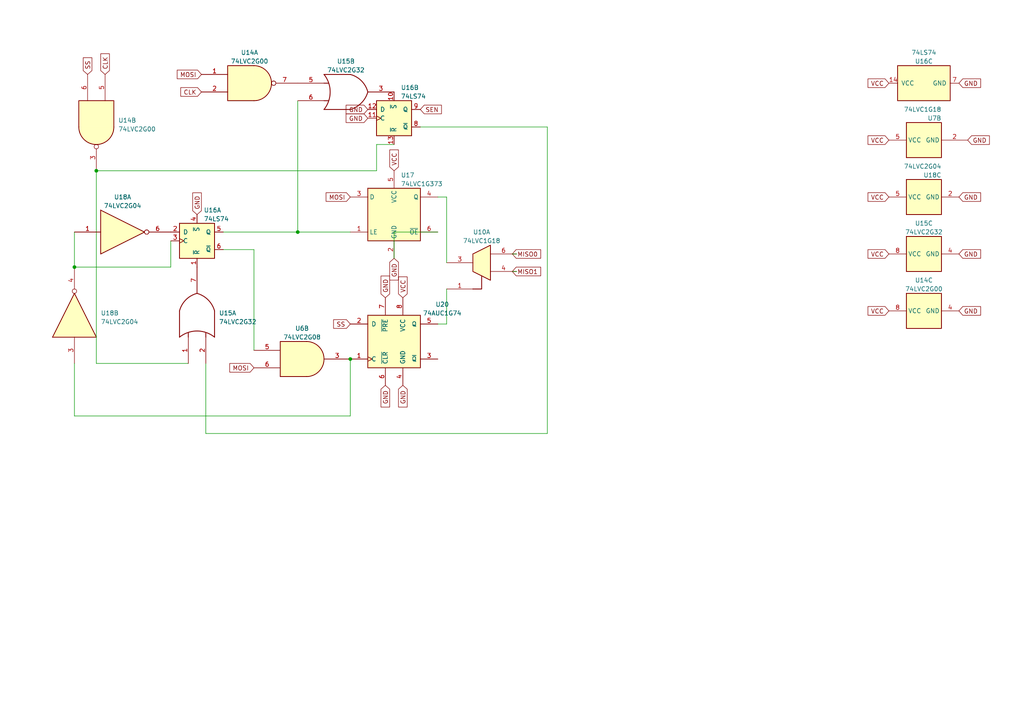
<source format=kicad_sch>
(kicad_sch (version 20230121) (generator eeschema)
  (paper "A4")
  (lib_symbols
    (symbol "74xGxx:74AUC1G74" (pin_names (offset 1.016))
      (property "Reference" "U" (at -5.08 10.16 0))
      (property "Value" "74AUC1G74" (at 10.16 -10.16 0))
      (symbol "74AUC1G74_0_1"
        (rectangle (start -7.62 7.62) (end 7.62 -7.62) (stroke (width 0.254)) (fill (type background)))
      )
      (symbol "74AUC1G74_1_1"
        (pin input clock (at -12.7 -5.08 0) (length 5.08) (name "C") (number "1"))
        (pin input line (at -12.7 5.08 0) (length 5.08) (name "D") (number "2"))
        (pin output line (at 12.7 -5.08 180) (length 5.08) (name "~{Q}") (number "3"))
        (pin power_in line (at 2.54 -12.7 90) (length 5.08) (name "GND") (number "4"))
        (pin output line (at 12.7 5.08 180) (length 5.08) (name "Q") (number "5"))
        (pin input line (at -2.54 -12.7 90) (length 5.08) (name "~{CLR}") (number "6"))
        (pin input line (at -2.54 12.7 270) (length 5.08) (name "~{PRE}") (number "7"))
        (pin power_in line (at 2.54 12.7 270) (length 5.08) (name "VCC") (number "8"))
      )
    )
    (symbol "74xGxx:74LVC1G18"
      (property "Reference" "U" (at 6.35 7.62 0))
      (property "Value" "74LVC1G18" (at 7.62 -7.62 0))
      (symbol "74LVC1G18_1_1"
        (polyline (pts (xy -2.54 -7.62) (xy 0 -7.62) (xy 0 -3.81)) (stroke (width 0.254)))
        (polyline (pts (xy -2.54 2.54) (xy -2.54 -2.54) (xy 2.54 -5.08) (xy 2.54 -1.27) (xy 2.54 0) (xy 2.54 1.27) (xy 2.54 5.08) (xy -2.54 2.54)) (stroke (width 0.254)) (fill (type background)))
        (pin input line (at -10.16 -7.62 0) (length 7.62) (name "~") (number "1"))
        (pin input line (at -10.16 0 0) (length 7.62) (name "~") (number "3"))
        (pin tri_state line (at 10.16 -2.54 180) (length 7.62) (name "~") (number "4"))
        (pin tri_state line (at 10.16 2.54 180) (length 7.62) (name "~") (number "6"))
      )
      (symbol "74LVC1G18_2_1"
        (rectangle (start -5.08 5.08) (end 5.08 -5.08) (stroke (width 0.254)) (fill (type background)))
        (pin power_in line (at 0 -12.7 90) (length 7.62) (name "GND") (number "2"))
        (pin power_in line (at 0 10.16 270) (length 5.08) (name "VCC") (number "5"))
      )
    )
    (symbol "74xGxx:74LVC1G373"
      (property "Reference" "U" (at -5.08 10.16 0))
      (property "Value" "74LVC1G373" (at 7.62 -10.16 0))
      (symbol "74LVC1G373_0_1"
        (rectangle (start -7.62 7.62) (end 7.62 -7.62) (stroke (width 0.254)) (fill (type background)))
      )
      (symbol "74LVC1G373_1_1"
        (pin input line (at -12.7 -5.08 0) (length 5.08) (name "LE") (number "1"))
        (pin power_in line (at 0 -12.7 90) (length 5.08) (name "GND") (number "2"))
        (pin input line (at -12.7 5.08 0) (length 5.08) (name "D") (number "3"))
        (pin tri_state line (at 12.7 5.08 180) (length 5.08) (name "Q") (number "4"))
        (pin power_in line (at 0 12.7 270) (length 5.08) (name "VCC") (number "5"))
        (pin input line (at 12.7 -5.08 180) (length 5.08) (name "~{OE}") (number "6"))
      )
    )
    (symbol "74xGxx:74LVC2G00"
      (property "Reference" "U" (at 2.54 7.62 0))
      (property "Value" "74LVC2G00" (at 7.62 -7.62 0))
      (symbol "74LVC2G00_1_1"
        (arc (start 0 -5.08) (mid 5.0579 0) (end 0 5.08) (stroke (width 0.254)) (fill (type background)))
        (polyline (pts (xy 0 -5.08) (xy -7.62 -5.08) (xy -7.62 5.08) (xy 0 5.08)) (stroke (width 0.254)) (fill (type background)))
        (pin input line (at -15.24 2.54 0) (length 7.62) (name "~") (number "1"))
        (pin input line (at -15.24 -2.54 0) (length 7.62) (name "~") (number "2"))
        (pin output inverted (at 12.7 0 180) (length 7.62) (name "~") (number "7"))
      )
      (symbol "74LVC2G00_2_1"
        (arc (start 0 -5.08) (mid 5.0579 0) (end 0 5.08) (stroke (width 0.254)) (fill (type background)))
        (polyline (pts (xy 0 -5.08) (xy -7.62 -5.08) (xy -7.62 5.08) (xy 0 5.08)) (stroke (width 0.254)) (fill (type background)))
        (pin output inverted (at 12.7 0 180) (length 7.62) (name "~") (number "3"))
        (pin input line (at -15.24 2.54 0) (length 7.62) (name "~") (number "5"))
        (pin input line (at -15.24 -2.54 0) (length 7.62) (name "~") (number "6"))
      )
      (symbol "74LVC2G00_3_0"
        (rectangle (start -5.08 -5.08) (end 5.08 5.08) (stroke (width 0.254)) (fill (type background)))
      )
      (symbol "74LVC2G00_3_1"
        (pin power_in line (at 0 -10.16 90) (length 5.08) (name "GND") (number "4"))
        (pin power_in line (at 0 10.16 270) (length 5.08) (name "VCC") (number "8"))
      )
    )
    (symbol "74xGxx:74LVC2G04"
      (property "Reference" "U" (at 0 7.62 0))
      (property "Value" "74LVC2G04" (at 2.54 -7.62 0))
      (symbol "74LVC2G04_1_1"
        (polyline (pts (xy -7.62 6.35) (xy -7.62 -6.35) (xy 5.08 0) (xy -7.62 6.35)) (stroke (width 0.254)) (fill (type background)))
        (pin input line (at -15.24 0 0) (length 7.62) (name "~") (number "1"))
        (pin output inverted (at 12.7 0 180) (length 7.62) (name "~") (number "6"))
      )
      (symbol "74LVC2G04_2_1"
        (polyline (pts (xy -7.62 6.35) (xy -7.62 -6.35) (xy 5.08 0) (xy -7.62 6.35)) (stroke (width 0.254)) (fill (type background)))
        (pin input line (at -15.24 0 0) (length 7.62) (name "~") (number "3"))
        (pin output inverted (at 12.7 0 180) (length 7.62) (name "~") (number "4"))
      )
      (symbol "74LVC2G04_3_0"
        (rectangle (start -5.08 -5.08) (end 5.08 5.08) (stroke (width 0.254)) (fill (type background)))
      )
      (symbol "74LVC2G04_3_1"
        (pin power_in line (at 0 -10.16 90) (length 5.08) (name "GND") (number "2"))
        (pin power_in line (at 0 10.16 270) (length 5.08) (name "VCC") (number "5"))
      )
    )
    (symbol "74xGxx:74LVC2G08"
      (property "Reference" "U" (at -10.16 7.62 0))
      (property "Value" "74LVC2G08" (at -10.16 -7.62 0))
      (symbol "74LVC2G08_1_1"
        (arc (start 0 -5.08) (mid 5.0579 0) (end 0 5.08) (stroke (width 0.254)) (fill (type background)))
        (polyline (pts (xy 0 -5.08) (xy -7.62 -5.08) (xy -7.62 5.08) (xy 0 5.08)) (stroke (width 0.254)) (fill (type background)))
        (pin input line (at -15.24 2.54 0) (length 7.62) (name "~") (number "1"))
        (pin input line (at -15.24 -2.54 0) (length 7.62) (name "~") (number "2"))
        (pin output line (at 12.7 0 180) (length 7.62) (name "~") (number "7"))
      )
      (symbol "74LVC2G08_2_1"
        (arc (start 0 -5.08) (mid 5.0579 0) (end 0 5.08) (stroke (width 0.254)) (fill (type background)))
        (polyline (pts (xy 0 -5.08) (xy -7.62 -5.08) (xy -7.62 5.08) (xy 0 5.08)) (stroke (width 0.254)) (fill (type background)))
        (pin output line (at 12.7 0 180) (length 7.62) (name "~") (number "3"))
        (pin input line (at -15.24 2.54 0) (length 7.62) (name "~") (number "5"))
        (pin input line (at -15.24 -2.54 0) (length 7.62) (name "~") (number "6"))
      )
      (symbol "74LVC2G08_3_0"
        (rectangle (start -5.08 -5.08) (end 5.08 5.08) (stroke (width 0.254)) (fill (type background)))
      )
      (symbol "74LVC2G08_3_1"
        (pin power_in line (at 0 -10.16 90) (length 5.08) (name "GND") (number "4"))
        (pin power_in line (at 0 10.16 270) (length 5.08) (name "VCC") (number "8"))
      )
    )
    (symbol "74xGxx:74LVC2G32"
      (property "Reference" "U" (at -7.62 7.62 0))
      (property "Value" "74LVC2G32" (at -7.62 -7.62 0))
      (symbol "74LVC2G32_1_1"
        (arc (start -7.62 -5.08) (mid -5.838 0) (end -7.62 5.08) (stroke (width 0.254)))
        (arc (start 0 -5.08) (mid 3.1986 -3.2054) (end 5.08 0) (stroke (width 0.254)))
        (polyline (pts (xy -7.62 -2.54) (xy -6.35 -2.54)) (stroke (width 0.254)) (fill (type background)))
        (polyline (pts (xy -7.62 2.54) (xy -6.35 2.54)) (stroke (width 0.254)) (fill (type background)))
        (polyline (pts (xy 0 -5.08) (xy -7.62 -5.08)) (stroke (width 0.254)) (fill (type background)))
        (polyline (pts (xy 0 5.08) (xy -7.62 5.08)) (stroke (width 0.254)) (fill (type background)))
        (arc (start 5.08 0) (mid 3.2238 3.2304) (end 0 5.08) (stroke (width 0.254)))
        (pin input line (at -15.24 2.54 0) (length 7.62) (name "~") (number "1"))
        (pin input line (at -15.24 -2.54 0) (length 7.62) (name "~") (number "2"))
        (pin output line (at 12.7 0 180) (length 7.62) (name "~") (number "7"))
      )
      (symbol "74LVC2G32_2_1"
        (arc (start -7.62 -5.08) (mid -5.838 0) (end -7.62 5.08) (stroke (width 0.254)))
        (arc (start 0 -5.08) (mid 3.1986 -3.2054) (end 5.08 0) (stroke (width 0.254)))
        (polyline (pts (xy -7.62 -2.54) (xy -6.35 -2.54)) (stroke (width 0.254)) (fill (type background)))
        (polyline (pts (xy -7.62 2.54) (xy -6.35 2.54)) (stroke (width 0.254)) (fill (type background)))
        (polyline (pts (xy 0 -5.08) (xy -7.62 -5.08)) (stroke (width 0.254)) (fill (type background)))
        (polyline (pts (xy 0 5.08) (xy -7.62 5.08)) (stroke (width 0.254)) (fill (type background)))
        (arc (start 5.08 0) (mid 3.2238 3.2304) (end 0 5.08) (stroke (width 0.254)))
        (pin output line (at 12.7 0 180) (length 7.62) (name "~") (number "3"))
        (pin input line (at -15.24 2.54 0) (length 7.62) (name "~") (number "5"))
        (pin input line (at -15.24 -2.54 0) (length 7.62) (name "~") (number "6"))
      )
      (symbol "74LVC2G32_3_0"
        (rectangle (start -5.08 -5.08) (end 5.08 5.08) (stroke (width 0.254)) (fill (type background)))
      )
      (symbol "74LVC2G32_3_1"
        (pin power_in line (at 0 -10.16 90) (length 5.08) (name "GND") (number "4"))
        (pin power_in line (at 0 10.16 270) (length 5.08) (name "VCC") (number "8"))
      )
    )
    (symbol "74xx:74LS74" (pin_names (offset 1.016))
      (property "Reference" "U" (at -7.62 8.89 0))
      (property "Value" "74LS74" (at -7.62 -8.89 0))
      (symbol "74LS74_1_0"
        (pin input line (at 0 -7.62 90) (length 2.54) (name "~{R}") (number "1"))
        (pin input line (at -7.62 2.54 0) (length 2.54) (name "D") (number "2"))
        (pin input clock (at -7.62 0 0) (length 2.54) (name "C") (number "3"))
        (pin input line (at 0 7.62 270) (length 2.54) (name "~{S}") (number "4"))
        (pin output line (at 7.62 2.54 180) (length 2.54) (name "Q") (number "5"))
        (pin output line (at 7.62 -2.54 180) (length 2.54) (name "~{Q}") (number "6"))
      )
      (symbol "74LS74_1_1"
        (rectangle (start -5.08 5.08) (end 5.08 -5.08) (stroke (width 0.254)) (fill (type background)))
      )
      (symbol "74LS74_2_0"
        (pin input line (at 0 7.62 270) (length 2.54) (name "~{S}") (number "10"))
        (pin input clock (at -7.62 0 0) (length 2.54) (name "C") (number "11"))
        (pin input line (at -7.62 2.54 0) (length 2.54) (name "D") (number "12"))
        (pin input line (at 0 -7.62 90) (length 2.54) (name "~{R}") (number "13"))
        (pin output line (at 7.62 -2.54 180) (length 2.54) (name "~{Q}") (number "8"))
        (pin output line (at 7.62 2.54 180) (length 2.54) (name "Q") (number "9"))
      )
      (symbol "74LS74_2_1"
        (rectangle (start -5.08 5.08) (end 5.08 -5.08) (stroke (width 0.254)) (fill (type background)))
      )
      (symbol "74LS74_3_0"
        (pin power_in line (at 0 10.16 270) (length 2.54) (name "VCC") (number "14"))
        (pin power_in line (at 0 -10.16 90) (length 2.54) (name "GND") (number "7"))
      )
      (symbol "74LS74_3_1"
        (rectangle (start -5.08 7.62) (end 5.08 -7.62) (stroke (width 0.254)) (fill (type background)))
      )
    )
  )
  (junction (at 101.6 104.14))
  (junction (at 21.59 77.47))
  (junction (at 86.36 67.31))
  (junction (at 27.94 49.53))
  (wire (pts (xy 27.94 49.53) (xy 109.22 49.53)))
  (wire (pts (xy 59.69 125.73) (xy 158.75 125.73)))
  (wire (pts (xy 114.3 67.31) (xy 114.3 74.93)))
  (wire (pts (xy 129.54 76.2) (xy 129.54 57.15)))
  (wire (pts (xy 149.86 73.66) (xy 148.59 73.66)))
  (wire (pts (xy 27.94 49.53) (xy 27.94 105.41)))
  (wire (pts (xy 109.22 41.91) (xy 114.3 41.91)))
  (wire (pts (xy 101.6 104.14) (xy 101.6 120.65)))
  (wire (pts (xy 127 67.31) (xy 114.3 67.31)))
  (wire (pts (xy 21.59 67.31) (xy 21.59 77.47)))
  (wire (pts (xy 59.69 105.41) (xy 59.69 125.73)))
  (wire (pts (xy 101.6 120.65) (xy 21.59 120.65)))
  (wire (pts (xy 158.75 36.83) (xy 121.92 36.83)))
  (wire (pts (xy 64.77 67.31) (xy 86.36 67.31)))
  (wire (pts (xy 27.94 105.41) (xy 54.61 105.41)))
  (wire (pts (xy 109.22 49.53) (xy 109.22 41.91)))
  (wire (pts (xy 129.54 57.15) (xy 127 57.15)))
  (wire (pts (xy 21.59 120.65) (xy 21.59 105.41)))
  (wire (pts (xy 86.36 29.21) (xy 86.36 67.31)))
  (wire (pts (xy 64.77 72.39) (xy 73.66 72.39)))
  (wire (pts (xy 158.75 125.73) (xy 158.75 36.83)))
  (wire (pts (xy 21.59 77.47) (xy 49.53 77.47)))
  (wire (pts (xy 129.54 93.98) (xy 127 93.98)))
  (wire (pts (xy 129.54 83.82) (xy 129.54 93.98)))
  (wire (pts (xy 73.66 72.39) (xy 73.66 101.6)))
  (wire (pts (xy 86.36 67.31) (xy 101.6 67.31)))
  (wire (pts (xy 49.53 77.47) (xy 49.53 69.85)))
  (wire (pts (xy 149.86 78.74) (xy 148.59 78.74)))
  (global_label "GND" (shape input) (at 280.67 40.64 0) (property "Intersheetrefs" "${INTERSHEET_REFS}" (effects hide)))
  (global_label "GND" (shape input) (at 278.13 90.17 0) (property "Intersheetrefs" "${INTERSHEET_REFS}" (effects hide)))
  (global_label "CLK" (shape input) (at 30.48 21.59 90) (property "Intersheetrefs" "${INTERSHEET_REFS}" (effects hide)))
  (global_label "GND" (shape input) (at 57.15 62.23 90) (property "Intersheetrefs" "${INTERSHEET_REFS}" (effects hide)))
  (global_label "MOSI" (shape input) (at 58.42 21.59 180) (property "Intersheetrefs" "${INTERSHEET_REFS}" (effects hide)))
  (global_label "VCC" (shape input) (at 257.81 90.17 180) (property "Intersheetrefs" "${INTERSHEET_REFS}" (effects hide)))
  (global_label "SS" (shape input) (at 101.6 93.98 180) (property "Intersheetrefs" "${INTERSHEET_REFS}" (effects hide)))
  (global_label "GND" (shape input) (at 106.68 31.75 180) (property "Intersheetrefs" "${INTERSHEET_REFS}" (effects hide)))
  (global_label "VCC" (shape input) (at 114.3 49.53 90) (property "Intersheetrefs" "${INTERSHEET_REFS}" (effects hide)))
  (global_label "GND" (shape input) (at 114.3 74.93 270) (property "Intersheetrefs" "${INTERSHEET_REFS}" (effects hide)))
  (global_label "VCC" (shape input) (at 257.81 40.64 180) (property "Intersheetrefs" "${INTERSHEET_REFS}" (effects hide)))
  (global_label "GND" (shape input) (at 278.13 73.66 0) (property "Intersheetrefs" "${INTERSHEET_REFS}" (effects hide)))
  (global_label "GND" (shape input) (at 111.76 86.36 90) (property "Intersheetrefs" "${INTERSHEET_REFS}" (effects hide)))
  (global_label "GND" (shape input) (at 106.68 34.29 180) (property "Intersheetrefs" "${INTERSHEET_REFS}" (effects hide)))
  (global_label "MISO0" (shape input) (at 148.59 73.66 0) (property "Intersheetrefs" "${INTERSHEET_REFS}" (effects hide)))
  (global_label "VCC" (shape input) (at 257.81 57.15 180) (property "Intersheetrefs" "${INTERSHEET_REFS}" (effects hide)))
  (global_label "MOSI" (shape input) (at 73.66 106.68 180) (property "Intersheetrefs" "${INTERSHEET_REFS}" (effects hide)))
  (global_label "CLK" (shape input) (at 58.42 26.67 180) (property "Intersheetrefs" "${INTERSHEET_REFS}" (effects hide)))
  (global_label "GND" (shape input) (at 278.13 24.13 0) (property "Intersheetrefs" "${INTERSHEET_REFS}" (effects hide)))
  (global_label "SEN" (shape input) (at 121.92 31.75 0) (property "Intersheetrefs" "${INTERSHEET_REFS}" (effects hide)))
  (global_label "MISO1" (shape input) (at 148.59 78.74 0) (property "Intersheetrefs" "${INTERSHEET_REFS}" (effects hide)))
  (global_label "VCC" (shape input) (at 257.81 73.66 180) (property "Intersheetrefs" "${INTERSHEET_REFS}" (effects hide)))
  (global_label "GND" (shape input) (at 116.84 111.76 270) (property "Intersheetrefs" "${INTERSHEET_REFS}" (effects hide)))
  (global_label "MOSI" (shape input) (at 101.6 57.15 180) (property "Intersheetrefs" "${INTERSHEET_REFS}" (effects hide)))
  (global_label "VCC" (shape input) (at 257.81 24.13 180) (property "Intersheetrefs" "${INTERSHEET_REFS}" (effects hide)))
  (global_label "GND" (shape input) (at 278.13 57.15 0) (property "Intersheetrefs" "${INTERSHEET_REFS}" (effects hide)))
  (global_label "GND" (shape input) (at 111.76 111.76 270) (property "Intersheetrefs" "${INTERSHEET_REFS}" (effects hide)))
  (global_label "VCC" (shape input) (at 116.84 86.36 90) (property "Intersheetrefs" "${INTERSHEET_REFS}" (effects hide)))
  (global_label "SS" (shape input) (at 25.4 21.59 90) (property "Intersheetrefs" "${INTERSHEET_REFS}" (effects hide)))
  (symbol (lib_id "74xGxx:74LVC1G18") (at 267.97 40.64 90) (unit 2)
    (property "Reference" "U7" (at 273.05 34.29 90) (effects (justify left)))
    (property "Value" "74LVC1G18" (at 273.05 31.75 90) (effects (justify left)))
    (property "Footprint" "Package_DIP:DIP-6_W7.62mm" (effects hide))
    (property "Datasheet" "http://www.ti.com/lit/sg/scyt129e/scyt129e.pdf" (effects hide))
    (instances (project "TacTile-C" (path "" (reference "U7") (unit 2))) (project "TacTile-D" (path "" (reference "U8") (unit 2))))
  )
  (symbol (lib_id "74xx:74LS74") (at 57.15 69.85 0) (unit 1)
    (property "Reference" "U16" (at 59.1059 60.96 0) (effects (justify left)))
    (property "Value" "74LS74" (at 59.1059 63.5 0) (effects (justify left)))
    (property "Footprint" "Package_DIP:DIP-14_W7.62mm" (effects hide))
    (property "Datasheet" "74xx/74hc_hct74.pdf" (effects hide))
    (instances (project "TacTile-C" (path "" (reference "U16") (unit 1))) (project "TacTile-D" (path "" (reference "U6") (unit 1))))
  )
  (symbol (lib_id "74xGxx:74LVC1G18") (at 139.7 76.2 0) (unit 1)
    (property "Reference" "U10" (at 139.7 67.31 0))
    (property "Value" "74LVC1G18" (at 139.7 69.85 0))
    (property "Footprint" "Package_DIP:DIP-6_W7.62mm" (effects hide))
    (property "Datasheet" "http://www.ti.com/lit/sg/scyt129e/scyt129e.pdf" (effects hide))
    (instances (project "TacTile-C" (path "" (reference "U10") (unit 1))) (project "TacTile-D" (path "" (reference "U8") (unit 1))))
  )
  (symbol (lib_id "74xx:74LS74") (at 114.3 34.29 0) (unit 2)
    (property "Reference" "U16" (at 116.2559 25.4 0) (effects (justify left)))
    (property "Value" "74LS74" (at 116.2559 27.94 0) (effects (justify left)))
    (property "Footprint" "Package_DIP:DIP-14_W7.62mm" (effects hide))
    (property "Datasheet" "74xx/74hc_hct74.pdf" (effects hide))
    (instances (project "TacTile-C" (path "" (reference "U16") (unit 2))) (project "TacTile-D" (path "" (reference "U6") (unit 2))))
  )
  (symbol (lib_id "74xGxx:74AUC1G74") (at 114.3 99.06 0) (unit 1)
    (property "Reference" "U20" (at 128.27 88.2903 0))
    (property "Value" "74AUC1G74" (at 128.27 90.8303 0))
    (property "Footprint" "Package_DIP:DIP-8_W7.62mm" (effects hide))
    (property "Datasheet" "http://www.ti.com/lit/sg/scyt129e/scyt129e.pdf" (effects hide))
    (instances (project "TacTile-C" (path "" (reference "U20") (unit 1))) (project "TacTile-D" (path "" (reference "U11") (unit 1))))
  )
  (symbol (lib_id "74xGxx:74LVC1G373") (at 114.3 62.23 0) (unit 1)
    (property "Reference" "U17" (at 116.2559 50.8 0) (effects (justify left)))
    (property "Value" "74LVC1G373" (at 116.2559 53.34 0) (effects (justify left)))
    (property "Footprint" "Package_DIP:DIP-6_W7.62mm" (effects hide))
    (property "Datasheet" "http://www.ti.com/lit/sg/scyt129e/scyt129e.pdf" (effects hide))
    (instances (project "TacTile-C" (path "" (reference "U17") (unit 1))) (project "TacTile-D" (path "" (reference "U10") (unit 1))))
  )
  (symbol (lib_id "74xGxx:74LVC2G32") (at 57.15 90.17 90) (unit 1)
    (property "Reference" "U15" (at 63.5 90.805 90) (effects (justify right)))
    (property "Value" "74LVC2G32" (at 63.5 93.345 90) (effects (justify right)))
    (property "Footprint" "Package_DIP:DIP-8_W7.62mm" (effects hide))
    (property "Datasheet" "http://www.ti.com/lit/sg/scyt129e/scyt129e.pdf" (effects hide))
    (instances (project "TacTile-C" (path "" (reference "U15") (unit 1))) (project "TacTile-D" (path "" (reference "U7") (unit 1))))
  )
  (symbol (lib_id "74xGxx:74LVC2G00") (at 27.94 36.83 270) (unit 2)
    (property "Reference" "U14" (at 34.29 34.9139 90) (effects (justify left)))
    (property "Value" "74LVC2G00" (at 34.29 37.4539 90) (effects (justify left)))
    (property "Footprint" "Package_DIP:DIP-8_W7.62mm" (effects hide))
    (property "Datasheet" "http://www.ti.com/lit/sg/scyt129e/scyt129e.pdf" (effects hide))
    (instances (project "TacTile-C" (path "" (reference "U14") (unit 2))) (project "TacTile-D" (path "" (reference "U5") (unit 2))))
  )
  (symbol (lib_id "74xGxx:74LVC2G04") (at 36.83 67.31 0) (unit 1)
    (property "Reference" "U18" (at 35.56 57.15 0))
    (property "Value" "74LVC2G04" (at 35.56 59.69 0))
    (property "Footprint" "Package_DIP:DIP-6_W7.62mm" (effects hide))
    (property "Datasheet" "http://www.ti.com/lit/sg/scyt129e/scyt129e.pdf" (effects hide))
    (instances (project "TacTile-C" (path "" (reference "U18") (unit 1))) (project "TacTile-D" (path "" (reference "U9") (unit 1))))
  )
  (symbol (lib_id "74xGxx:74LVC2G08") (at 88.9 104.14 0) (unit 2)
    (property "Reference" "U6" (at 87.6189 95.25 0))
    (property "Value" "74LVC2G08" (at 87.6189 97.79 0))
    (property "Footprint" "Package_DIP:DIP-8_W7.62mm" (effects hide))
    (property "Datasheet" "http://www.ti.com/lit/sg/scyt129e/scyt129e.pdf" (effects hide))
    (instances (project "TacTile-C" (path "" (reference "U6") (unit 2)) (path "" (reference "U6") (unit 2))) (project "TacTile-D" (path "" (reference "U1") (unit 2))))
  )
  (symbol (lib_id "74xGxx:74LVC2G04") (at 21.59 90.17 90) (unit 2)
    (property "Reference" "U18" (at 29.21 90.805 90) (effects (justify right)))
    (property "Value" "74LVC2G04" (at 29.21 93.345 90) (effects (justify right)))
    (property "Footprint" "Package_DIP:DIP-6_W7.62mm" (effects hide))
    (property "Datasheet" "http://www.ti.com/lit/sg/scyt129e/scyt129e.pdf" (effects hide))
    (instances (project "TacTile-C" (path "" (reference "U18") (unit 2))) (project "TacTile-D" (path "" (reference "U9") (unit 2))))
  )
  (symbol (lib_id "74xGxx:74LVC2G32") (at 267.97 73.66 90) (unit 3)
    (property "Reference" "U15" (at 267.97 64.77 90))
    (property "Value" "74LVC2G32" (at 267.97 67.31 90))
    (property "Footprint" "Package_DIP:DIP-8_W7.62mm" (effects hide))
    (property "Datasheet" "http://www.ti.com/lit/sg/scyt129e/scyt129e.pdf" (effects hide))
    (instances (project "TacTile-C" (path "" (reference "U15") (unit 3))) (project "TacTile-D" (path "" (reference "U7") (unit 3))))
  )
  (symbol (lib_id "74xGxx:74LVC2G32") (at 101.6 26.67 0) (unit 2)
    (property "Reference" "U15" (at 100.33 17.78 0))
    (property "Value" "74LVC2G32" (at 100.33 20.32 0))
    (property "Footprint" "Package_DIP:DIP-8_W7.62mm" (effects hide))
    (property "Datasheet" "http://www.ti.com/lit/sg/scyt129e/scyt129e.pdf" (effects hide))
    (instances (project "TacTile-C" (path "" (reference "U15") (unit 2))) (project "TacTile-D" (path "" (reference "U7") (unit 2))))
  )
  (symbol (lib_id "74xx:74LS74") (at 267.97 24.13 90) (unit 3)
    (property "Reference" "U16" (at 267.97 17.78 90))
    (property "Value" "74LS74" (at 267.97 15.24 90))
    (property "Footprint" "Package_DIP:DIP-14_W7.62mm" (effects hide))
    (property "Datasheet" "74xx/74hc_hct74.pdf" (effects hide))
    (instances (project "TacTile-C" (path "" (reference "U16") (unit 3))) (project "TacTile-D" (path "" (reference "U6") (unit 3))))
  )
  (symbol (lib_id "74xGxx:74LVC2G00") (at 267.97 90.17 90) (unit 3)
    (property "Reference" "U14" (at 267.97 81.28 90))
    (property "Value" "74LVC2G00" (at 267.97 83.82 90))
    (property "Footprint" "Package_DIP:DIP-8_W7.62mm" (effects hide))
    (property "Datasheet" "http://www.ti.com/lit/sg/scyt129e/scyt129e.pdf" (effects hide))
    (instances (project "TacTile-C" (path "" (reference "U14") (unit 3))) (project "TacTile-D" (path "" (reference "U5") (unit 3))))
  )
  (symbol (lib_id "74xGxx:74LVC2G04") (at 267.97 57.15 90) (unit 3)
    (property "Reference" "U18" (at 273.05 50.8 90) (effects (justify left)))
    (property "Value" "74LVC2G04" (at 273.05 48.26 90) (effects (justify left)))
    (property "Footprint" "Package_DIP:DIP-6_W7.62mm" (effects hide))
    (property "Datasheet" "http://www.ti.com/lit/sg/scyt129e/scyt129e.pdf" (effects hide))
    (instances (project "TacTile-C" (path "" (reference "U18") (unit 3))) (project "TacTile-D" (path "" (reference "U9") (unit 3))))
  )
  (symbol (lib_id "74xGxx:74LVC2G00") (at 73.66 24.13 0) (unit 1)
    (property "Reference" "U14" (at 72.3789 15.24 0))
    (property "Value" "74LVC2G00" (at 72.3789 17.78 0))
    (property "Footprint" "Package_DIP:DIP-8_W7.62mm" (effects hide))
    (property "Datasheet" "http://www.ti.com/lit/sg/scyt129e/scyt129e.pdf" (effects hide))
    (instances (project "TacTile-C" (path "" (reference "U14") (unit 1))) (project "TacTile-D" (path "" (reference "U5") (unit 1))))
  )
)
</source>
